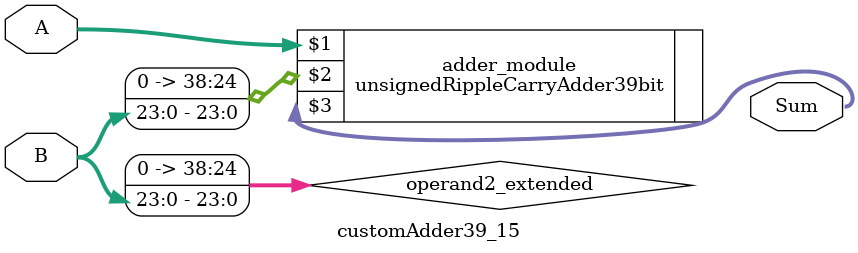
<source format=v>
module customAdder39_15(
                        input [38 : 0] A,
                        input [23 : 0] B,
                        
                        output [39 : 0] Sum
                );

        wire [38 : 0] operand2_extended;
        
        assign operand2_extended =  {15'b0, B};
        
        unsignedRippleCarryAdder39bit adder_module(
            A,
            operand2_extended,
            Sum
        );
        
        endmodule
        
</source>
